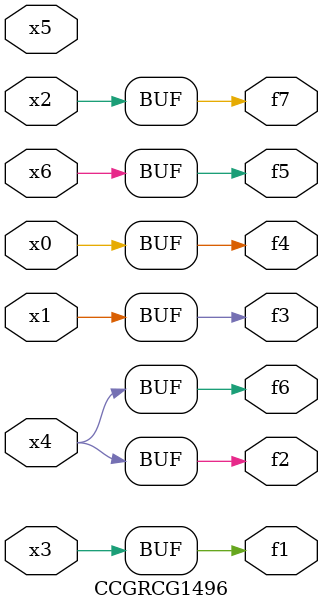
<source format=v>
module CCGRCG1496(
	input x0, x1, x2, x3, x4, x5, x6,
	output f1, f2, f3, f4, f5, f6, f7
);
	assign f1 = x3;
	assign f2 = x4;
	assign f3 = x1;
	assign f4 = x0;
	assign f5 = x6;
	assign f6 = x4;
	assign f7 = x2;
endmodule

</source>
